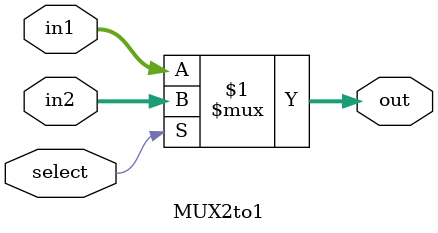
<source format=v>
module MUX2to1 #(parameter N = 32) (
    input select,
    input [N - 1 : 0] in1, in2,
    output [N - 1 :0] out
);
    assign out = select ? in2 : in1; 
    
endmodule


</source>
